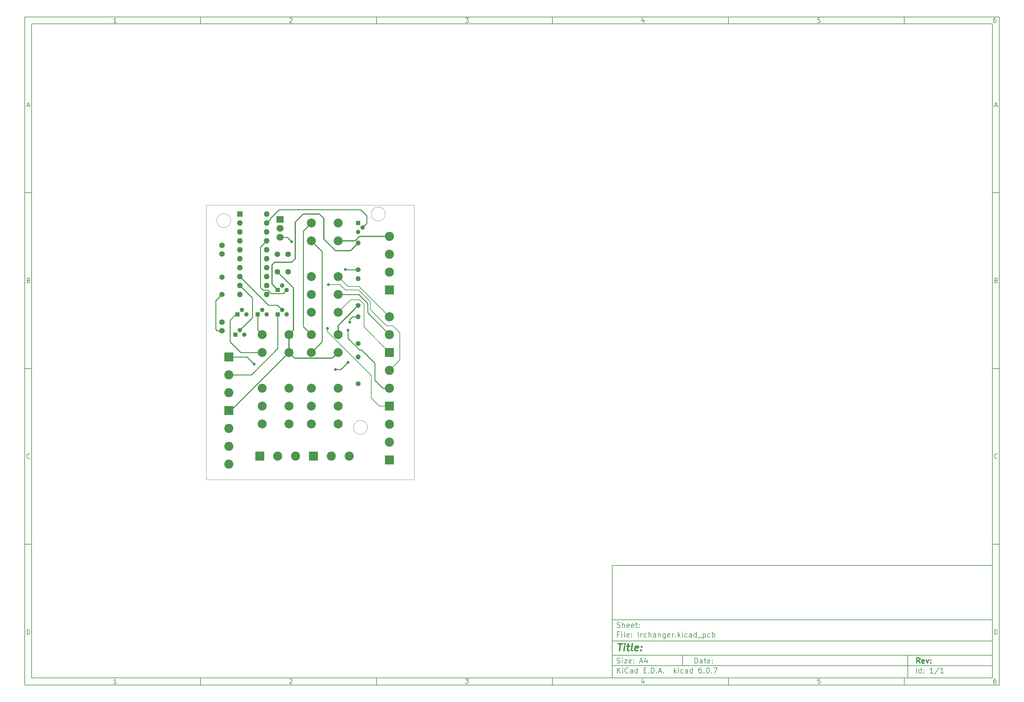
<source format=gbr>
%TF.GenerationSoftware,KiCad,Pcbnew,6.0.7*%
%TF.CreationDate,2022-10-17T15:43:20+02:00*%
%TF.ProjectId,lrchanger,6c726368-616e-4676-9572-2e6b69636164,rev?*%
%TF.SameCoordinates,Original*%
%TF.FileFunction,Copper,L1,Top*%
%TF.FilePolarity,Positive*%
%FSLAX46Y46*%
G04 Gerber Fmt 4.6, Leading zero omitted, Abs format (unit mm)*
G04 Created by KiCad (PCBNEW 6.0.7) date 2022-10-17 15:43:20*
%MOMM*%
%LPD*%
G01*
G04 APERTURE LIST*
%ADD10C,0.100000*%
%ADD11C,0.150000*%
%ADD12C,0.300000*%
%ADD13C,0.400000*%
%TA.AperFunction,Profile*%
%ADD14C,0.050000*%
%TD*%
%TA.AperFunction,ComponentPad*%
%ADD15R,1.300000X1.300000*%
%TD*%
%TA.AperFunction,ComponentPad*%
%ADD16C,1.300000*%
%TD*%
%TA.AperFunction,ComponentPad*%
%ADD17C,1.600000*%
%TD*%
%TA.AperFunction,ComponentPad*%
%ADD18C,1.400000*%
%TD*%
%TA.AperFunction,ComponentPad*%
%ADD19O,1.400000X1.400000*%
%TD*%
%TA.AperFunction,ComponentPad*%
%ADD20R,1.600000X1.600000*%
%TD*%
%TA.AperFunction,ComponentPad*%
%ADD21O,1.600000X1.600000*%
%TD*%
%TA.AperFunction,ComponentPad*%
%ADD22R,2.000000X1.905000*%
%TD*%
%TA.AperFunction,ComponentPad*%
%ADD23O,2.000000X1.905000*%
%TD*%
%TA.AperFunction,ComponentPad*%
%ADD24C,1.500000*%
%TD*%
%TA.AperFunction,ComponentPad*%
%ADD25C,2.540000*%
%TD*%
%TA.AperFunction,ComponentPad*%
%ADD26R,2.600000X2.600000*%
%TD*%
%TA.AperFunction,ComponentPad*%
%ADD27C,2.600000*%
%TD*%
%TA.AperFunction,ViaPad*%
%ADD28C,0.800000*%
%TD*%
%TA.AperFunction,Conductor*%
%ADD29C,0.250000*%
%TD*%
%TA.AperFunction,Conductor*%
%ADD30C,0.200000*%
%TD*%
%TA.AperFunction,Conductor*%
%ADD31C,0.350000*%
%TD*%
G04 APERTURE END LIST*
D10*
D11*
X177002200Y-166007200D02*
X177002200Y-198007200D01*
X285002200Y-198007200D01*
X285002200Y-166007200D01*
X177002200Y-166007200D01*
D10*
D11*
X10000000Y-10000000D02*
X10000000Y-200007200D01*
X287002200Y-200007200D01*
X287002200Y-10000000D01*
X10000000Y-10000000D01*
D10*
D11*
X12000000Y-12000000D02*
X12000000Y-198007200D01*
X285002200Y-198007200D01*
X285002200Y-12000000D01*
X12000000Y-12000000D01*
D10*
D11*
X60000000Y-12000000D02*
X60000000Y-10000000D01*
D10*
D11*
X110000000Y-12000000D02*
X110000000Y-10000000D01*
D10*
D11*
X160000000Y-12000000D02*
X160000000Y-10000000D01*
D10*
D11*
X210000000Y-12000000D02*
X210000000Y-10000000D01*
D10*
D11*
X260000000Y-12000000D02*
X260000000Y-10000000D01*
D10*
D11*
X36065476Y-11588095D02*
X35322619Y-11588095D01*
X35694047Y-11588095D02*
X35694047Y-10288095D01*
X35570238Y-10473809D01*
X35446428Y-10597619D01*
X35322619Y-10659523D01*
D10*
D11*
X85322619Y-10411904D02*
X85384523Y-10350000D01*
X85508333Y-10288095D01*
X85817857Y-10288095D01*
X85941666Y-10350000D01*
X86003571Y-10411904D01*
X86065476Y-10535714D01*
X86065476Y-10659523D01*
X86003571Y-10845238D01*
X85260714Y-11588095D01*
X86065476Y-11588095D01*
D10*
D11*
X135260714Y-10288095D02*
X136065476Y-10288095D01*
X135632142Y-10783333D01*
X135817857Y-10783333D01*
X135941666Y-10845238D01*
X136003571Y-10907142D01*
X136065476Y-11030952D01*
X136065476Y-11340476D01*
X136003571Y-11464285D01*
X135941666Y-11526190D01*
X135817857Y-11588095D01*
X135446428Y-11588095D01*
X135322619Y-11526190D01*
X135260714Y-11464285D01*
D10*
D11*
X185941666Y-10721428D02*
X185941666Y-11588095D01*
X185632142Y-10226190D02*
X185322619Y-11154761D01*
X186127380Y-11154761D01*
D10*
D11*
X236003571Y-10288095D02*
X235384523Y-10288095D01*
X235322619Y-10907142D01*
X235384523Y-10845238D01*
X235508333Y-10783333D01*
X235817857Y-10783333D01*
X235941666Y-10845238D01*
X236003571Y-10907142D01*
X236065476Y-11030952D01*
X236065476Y-11340476D01*
X236003571Y-11464285D01*
X235941666Y-11526190D01*
X235817857Y-11588095D01*
X235508333Y-11588095D01*
X235384523Y-11526190D01*
X235322619Y-11464285D01*
D10*
D11*
X285941666Y-10288095D02*
X285694047Y-10288095D01*
X285570238Y-10350000D01*
X285508333Y-10411904D01*
X285384523Y-10597619D01*
X285322619Y-10845238D01*
X285322619Y-11340476D01*
X285384523Y-11464285D01*
X285446428Y-11526190D01*
X285570238Y-11588095D01*
X285817857Y-11588095D01*
X285941666Y-11526190D01*
X286003571Y-11464285D01*
X286065476Y-11340476D01*
X286065476Y-11030952D01*
X286003571Y-10907142D01*
X285941666Y-10845238D01*
X285817857Y-10783333D01*
X285570238Y-10783333D01*
X285446428Y-10845238D01*
X285384523Y-10907142D01*
X285322619Y-11030952D01*
D10*
D11*
X60000000Y-198007200D02*
X60000000Y-200007200D01*
D10*
D11*
X110000000Y-198007200D02*
X110000000Y-200007200D01*
D10*
D11*
X160000000Y-198007200D02*
X160000000Y-200007200D01*
D10*
D11*
X210000000Y-198007200D02*
X210000000Y-200007200D01*
D10*
D11*
X260000000Y-198007200D02*
X260000000Y-200007200D01*
D10*
D11*
X36065476Y-199595295D02*
X35322619Y-199595295D01*
X35694047Y-199595295D02*
X35694047Y-198295295D01*
X35570238Y-198481009D01*
X35446428Y-198604819D01*
X35322619Y-198666723D01*
D10*
D11*
X85322619Y-198419104D02*
X85384523Y-198357200D01*
X85508333Y-198295295D01*
X85817857Y-198295295D01*
X85941666Y-198357200D01*
X86003571Y-198419104D01*
X86065476Y-198542914D01*
X86065476Y-198666723D01*
X86003571Y-198852438D01*
X85260714Y-199595295D01*
X86065476Y-199595295D01*
D10*
D11*
X135260714Y-198295295D02*
X136065476Y-198295295D01*
X135632142Y-198790533D01*
X135817857Y-198790533D01*
X135941666Y-198852438D01*
X136003571Y-198914342D01*
X136065476Y-199038152D01*
X136065476Y-199347676D01*
X136003571Y-199471485D01*
X135941666Y-199533390D01*
X135817857Y-199595295D01*
X135446428Y-199595295D01*
X135322619Y-199533390D01*
X135260714Y-199471485D01*
D10*
D11*
X185941666Y-198728628D02*
X185941666Y-199595295D01*
X185632142Y-198233390D02*
X185322619Y-199161961D01*
X186127380Y-199161961D01*
D10*
D11*
X236003571Y-198295295D02*
X235384523Y-198295295D01*
X235322619Y-198914342D01*
X235384523Y-198852438D01*
X235508333Y-198790533D01*
X235817857Y-198790533D01*
X235941666Y-198852438D01*
X236003571Y-198914342D01*
X236065476Y-199038152D01*
X236065476Y-199347676D01*
X236003571Y-199471485D01*
X235941666Y-199533390D01*
X235817857Y-199595295D01*
X235508333Y-199595295D01*
X235384523Y-199533390D01*
X235322619Y-199471485D01*
D10*
D11*
X285941666Y-198295295D02*
X285694047Y-198295295D01*
X285570238Y-198357200D01*
X285508333Y-198419104D01*
X285384523Y-198604819D01*
X285322619Y-198852438D01*
X285322619Y-199347676D01*
X285384523Y-199471485D01*
X285446428Y-199533390D01*
X285570238Y-199595295D01*
X285817857Y-199595295D01*
X285941666Y-199533390D01*
X286003571Y-199471485D01*
X286065476Y-199347676D01*
X286065476Y-199038152D01*
X286003571Y-198914342D01*
X285941666Y-198852438D01*
X285817857Y-198790533D01*
X285570238Y-198790533D01*
X285446428Y-198852438D01*
X285384523Y-198914342D01*
X285322619Y-199038152D01*
D10*
D11*
X10000000Y-60000000D02*
X12000000Y-60000000D01*
D10*
D11*
X10000000Y-110000000D02*
X12000000Y-110000000D01*
D10*
D11*
X10000000Y-160000000D02*
X12000000Y-160000000D01*
D10*
D11*
X10690476Y-35216666D02*
X11309523Y-35216666D01*
X10566666Y-35588095D02*
X11000000Y-34288095D01*
X11433333Y-35588095D01*
D10*
D11*
X11092857Y-84907142D02*
X11278571Y-84969047D01*
X11340476Y-85030952D01*
X11402380Y-85154761D01*
X11402380Y-85340476D01*
X11340476Y-85464285D01*
X11278571Y-85526190D01*
X11154761Y-85588095D01*
X10659523Y-85588095D01*
X10659523Y-84288095D01*
X11092857Y-84288095D01*
X11216666Y-84350000D01*
X11278571Y-84411904D01*
X11340476Y-84535714D01*
X11340476Y-84659523D01*
X11278571Y-84783333D01*
X11216666Y-84845238D01*
X11092857Y-84907142D01*
X10659523Y-84907142D01*
D10*
D11*
X11402380Y-135464285D02*
X11340476Y-135526190D01*
X11154761Y-135588095D01*
X11030952Y-135588095D01*
X10845238Y-135526190D01*
X10721428Y-135402380D01*
X10659523Y-135278571D01*
X10597619Y-135030952D01*
X10597619Y-134845238D01*
X10659523Y-134597619D01*
X10721428Y-134473809D01*
X10845238Y-134350000D01*
X11030952Y-134288095D01*
X11154761Y-134288095D01*
X11340476Y-134350000D01*
X11402380Y-134411904D01*
D10*
D11*
X10659523Y-185588095D02*
X10659523Y-184288095D01*
X10969047Y-184288095D01*
X11154761Y-184350000D01*
X11278571Y-184473809D01*
X11340476Y-184597619D01*
X11402380Y-184845238D01*
X11402380Y-185030952D01*
X11340476Y-185278571D01*
X11278571Y-185402380D01*
X11154761Y-185526190D01*
X10969047Y-185588095D01*
X10659523Y-185588095D01*
D10*
D11*
X287002200Y-60000000D02*
X285002200Y-60000000D01*
D10*
D11*
X287002200Y-110000000D02*
X285002200Y-110000000D01*
D10*
D11*
X287002200Y-160000000D02*
X285002200Y-160000000D01*
D10*
D11*
X285692676Y-35216666D02*
X286311723Y-35216666D01*
X285568866Y-35588095D02*
X286002200Y-34288095D01*
X286435533Y-35588095D01*
D10*
D11*
X286095057Y-84907142D02*
X286280771Y-84969047D01*
X286342676Y-85030952D01*
X286404580Y-85154761D01*
X286404580Y-85340476D01*
X286342676Y-85464285D01*
X286280771Y-85526190D01*
X286156961Y-85588095D01*
X285661723Y-85588095D01*
X285661723Y-84288095D01*
X286095057Y-84288095D01*
X286218866Y-84350000D01*
X286280771Y-84411904D01*
X286342676Y-84535714D01*
X286342676Y-84659523D01*
X286280771Y-84783333D01*
X286218866Y-84845238D01*
X286095057Y-84907142D01*
X285661723Y-84907142D01*
D10*
D11*
X286404580Y-135464285D02*
X286342676Y-135526190D01*
X286156961Y-135588095D01*
X286033152Y-135588095D01*
X285847438Y-135526190D01*
X285723628Y-135402380D01*
X285661723Y-135278571D01*
X285599819Y-135030952D01*
X285599819Y-134845238D01*
X285661723Y-134597619D01*
X285723628Y-134473809D01*
X285847438Y-134350000D01*
X286033152Y-134288095D01*
X286156961Y-134288095D01*
X286342676Y-134350000D01*
X286404580Y-134411904D01*
D10*
D11*
X285661723Y-185588095D02*
X285661723Y-184288095D01*
X285971247Y-184288095D01*
X286156961Y-184350000D01*
X286280771Y-184473809D01*
X286342676Y-184597619D01*
X286404580Y-184845238D01*
X286404580Y-185030952D01*
X286342676Y-185278571D01*
X286280771Y-185402380D01*
X286156961Y-185526190D01*
X285971247Y-185588095D01*
X285661723Y-185588095D01*
D10*
D11*
X200434342Y-193785771D02*
X200434342Y-192285771D01*
X200791485Y-192285771D01*
X201005771Y-192357200D01*
X201148628Y-192500057D01*
X201220057Y-192642914D01*
X201291485Y-192928628D01*
X201291485Y-193142914D01*
X201220057Y-193428628D01*
X201148628Y-193571485D01*
X201005771Y-193714342D01*
X200791485Y-193785771D01*
X200434342Y-193785771D01*
X202577200Y-193785771D02*
X202577200Y-193000057D01*
X202505771Y-192857200D01*
X202362914Y-192785771D01*
X202077200Y-192785771D01*
X201934342Y-192857200D01*
X202577200Y-193714342D02*
X202434342Y-193785771D01*
X202077200Y-193785771D01*
X201934342Y-193714342D01*
X201862914Y-193571485D01*
X201862914Y-193428628D01*
X201934342Y-193285771D01*
X202077200Y-193214342D01*
X202434342Y-193214342D01*
X202577200Y-193142914D01*
X203077200Y-192785771D02*
X203648628Y-192785771D01*
X203291485Y-192285771D02*
X203291485Y-193571485D01*
X203362914Y-193714342D01*
X203505771Y-193785771D01*
X203648628Y-193785771D01*
X204720057Y-193714342D02*
X204577200Y-193785771D01*
X204291485Y-193785771D01*
X204148628Y-193714342D01*
X204077200Y-193571485D01*
X204077200Y-193000057D01*
X204148628Y-192857200D01*
X204291485Y-192785771D01*
X204577200Y-192785771D01*
X204720057Y-192857200D01*
X204791485Y-193000057D01*
X204791485Y-193142914D01*
X204077200Y-193285771D01*
X205434342Y-193642914D02*
X205505771Y-193714342D01*
X205434342Y-193785771D01*
X205362914Y-193714342D01*
X205434342Y-193642914D01*
X205434342Y-193785771D01*
X205434342Y-192857200D02*
X205505771Y-192928628D01*
X205434342Y-193000057D01*
X205362914Y-192928628D01*
X205434342Y-192857200D01*
X205434342Y-193000057D01*
D10*
D11*
X177002200Y-194507200D02*
X285002200Y-194507200D01*
D10*
D11*
X178434342Y-196585771D02*
X178434342Y-195085771D01*
X179291485Y-196585771D02*
X178648628Y-195728628D01*
X179291485Y-195085771D02*
X178434342Y-195942914D01*
X179934342Y-196585771D02*
X179934342Y-195585771D01*
X179934342Y-195085771D02*
X179862914Y-195157200D01*
X179934342Y-195228628D01*
X180005771Y-195157200D01*
X179934342Y-195085771D01*
X179934342Y-195228628D01*
X181505771Y-196442914D02*
X181434342Y-196514342D01*
X181220057Y-196585771D01*
X181077200Y-196585771D01*
X180862914Y-196514342D01*
X180720057Y-196371485D01*
X180648628Y-196228628D01*
X180577200Y-195942914D01*
X180577200Y-195728628D01*
X180648628Y-195442914D01*
X180720057Y-195300057D01*
X180862914Y-195157200D01*
X181077200Y-195085771D01*
X181220057Y-195085771D01*
X181434342Y-195157200D01*
X181505771Y-195228628D01*
X182791485Y-196585771D02*
X182791485Y-195800057D01*
X182720057Y-195657200D01*
X182577200Y-195585771D01*
X182291485Y-195585771D01*
X182148628Y-195657200D01*
X182791485Y-196514342D02*
X182648628Y-196585771D01*
X182291485Y-196585771D01*
X182148628Y-196514342D01*
X182077200Y-196371485D01*
X182077200Y-196228628D01*
X182148628Y-196085771D01*
X182291485Y-196014342D01*
X182648628Y-196014342D01*
X182791485Y-195942914D01*
X184148628Y-196585771D02*
X184148628Y-195085771D01*
X184148628Y-196514342D02*
X184005771Y-196585771D01*
X183720057Y-196585771D01*
X183577200Y-196514342D01*
X183505771Y-196442914D01*
X183434342Y-196300057D01*
X183434342Y-195871485D01*
X183505771Y-195728628D01*
X183577200Y-195657200D01*
X183720057Y-195585771D01*
X184005771Y-195585771D01*
X184148628Y-195657200D01*
X186005771Y-195800057D02*
X186505771Y-195800057D01*
X186720057Y-196585771D02*
X186005771Y-196585771D01*
X186005771Y-195085771D01*
X186720057Y-195085771D01*
X187362914Y-196442914D02*
X187434342Y-196514342D01*
X187362914Y-196585771D01*
X187291485Y-196514342D01*
X187362914Y-196442914D01*
X187362914Y-196585771D01*
X188077200Y-196585771D02*
X188077200Y-195085771D01*
X188434342Y-195085771D01*
X188648628Y-195157200D01*
X188791485Y-195300057D01*
X188862914Y-195442914D01*
X188934342Y-195728628D01*
X188934342Y-195942914D01*
X188862914Y-196228628D01*
X188791485Y-196371485D01*
X188648628Y-196514342D01*
X188434342Y-196585771D01*
X188077200Y-196585771D01*
X189577200Y-196442914D02*
X189648628Y-196514342D01*
X189577200Y-196585771D01*
X189505771Y-196514342D01*
X189577200Y-196442914D01*
X189577200Y-196585771D01*
X190220057Y-196157200D02*
X190934342Y-196157200D01*
X190077200Y-196585771D02*
X190577200Y-195085771D01*
X191077200Y-196585771D01*
X191577200Y-196442914D02*
X191648628Y-196514342D01*
X191577200Y-196585771D01*
X191505771Y-196514342D01*
X191577200Y-196442914D01*
X191577200Y-196585771D01*
X194577200Y-196585771D02*
X194577200Y-195085771D01*
X194720057Y-196014342D02*
X195148628Y-196585771D01*
X195148628Y-195585771D02*
X194577200Y-196157200D01*
X195791485Y-196585771D02*
X195791485Y-195585771D01*
X195791485Y-195085771D02*
X195720057Y-195157200D01*
X195791485Y-195228628D01*
X195862914Y-195157200D01*
X195791485Y-195085771D01*
X195791485Y-195228628D01*
X197148628Y-196514342D02*
X197005771Y-196585771D01*
X196720057Y-196585771D01*
X196577200Y-196514342D01*
X196505771Y-196442914D01*
X196434342Y-196300057D01*
X196434342Y-195871485D01*
X196505771Y-195728628D01*
X196577200Y-195657200D01*
X196720057Y-195585771D01*
X197005771Y-195585771D01*
X197148628Y-195657200D01*
X198434342Y-196585771D02*
X198434342Y-195800057D01*
X198362914Y-195657200D01*
X198220057Y-195585771D01*
X197934342Y-195585771D01*
X197791485Y-195657200D01*
X198434342Y-196514342D02*
X198291485Y-196585771D01*
X197934342Y-196585771D01*
X197791485Y-196514342D01*
X197720057Y-196371485D01*
X197720057Y-196228628D01*
X197791485Y-196085771D01*
X197934342Y-196014342D01*
X198291485Y-196014342D01*
X198434342Y-195942914D01*
X199791485Y-196585771D02*
X199791485Y-195085771D01*
X199791485Y-196514342D02*
X199648628Y-196585771D01*
X199362914Y-196585771D01*
X199220057Y-196514342D01*
X199148628Y-196442914D01*
X199077200Y-196300057D01*
X199077200Y-195871485D01*
X199148628Y-195728628D01*
X199220057Y-195657200D01*
X199362914Y-195585771D01*
X199648628Y-195585771D01*
X199791485Y-195657200D01*
X202291485Y-195085771D02*
X202005771Y-195085771D01*
X201862914Y-195157200D01*
X201791485Y-195228628D01*
X201648628Y-195442914D01*
X201577200Y-195728628D01*
X201577200Y-196300057D01*
X201648628Y-196442914D01*
X201720057Y-196514342D01*
X201862914Y-196585771D01*
X202148628Y-196585771D01*
X202291485Y-196514342D01*
X202362914Y-196442914D01*
X202434342Y-196300057D01*
X202434342Y-195942914D01*
X202362914Y-195800057D01*
X202291485Y-195728628D01*
X202148628Y-195657200D01*
X201862914Y-195657200D01*
X201720057Y-195728628D01*
X201648628Y-195800057D01*
X201577200Y-195942914D01*
X203077200Y-196442914D02*
X203148628Y-196514342D01*
X203077200Y-196585771D01*
X203005771Y-196514342D01*
X203077200Y-196442914D01*
X203077200Y-196585771D01*
X204077200Y-195085771D02*
X204220057Y-195085771D01*
X204362914Y-195157200D01*
X204434342Y-195228628D01*
X204505771Y-195371485D01*
X204577200Y-195657200D01*
X204577200Y-196014342D01*
X204505771Y-196300057D01*
X204434342Y-196442914D01*
X204362914Y-196514342D01*
X204220057Y-196585771D01*
X204077200Y-196585771D01*
X203934342Y-196514342D01*
X203862914Y-196442914D01*
X203791485Y-196300057D01*
X203720057Y-196014342D01*
X203720057Y-195657200D01*
X203791485Y-195371485D01*
X203862914Y-195228628D01*
X203934342Y-195157200D01*
X204077200Y-195085771D01*
X205220057Y-196442914D02*
X205291485Y-196514342D01*
X205220057Y-196585771D01*
X205148628Y-196514342D01*
X205220057Y-196442914D01*
X205220057Y-196585771D01*
X205791485Y-195085771D02*
X206791485Y-195085771D01*
X206148628Y-196585771D01*
D10*
D11*
X177002200Y-191507200D02*
X285002200Y-191507200D01*
D10*
D12*
X264411485Y-193785771D02*
X263911485Y-193071485D01*
X263554342Y-193785771D02*
X263554342Y-192285771D01*
X264125771Y-192285771D01*
X264268628Y-192357200D01*
X264340057Y-192428628D01*
X264411485Y-192571485D01*
X264411485Y-192785771D01*
X264340057Y-192928628D01*
X264268628Y-193000057D01*
X264125771Y-193071485D01*
X263554342Y-193071485D01*
X265625771Y-193714342D02*
X265482914Y-193785771D01*
X265197200Y-193785771D01*
X265054342Y-193714342D01*
X264982914Y-193571485D01*
X264982914Y-193000057D01*
X265054342Y-192857200D01*
X265197200Y-192785771D01*
X265482914Y-192785771D01*
X265625771Y-192857200D01*
X265697200Y-193000057D01*
X265697200Y-193142914D01*
X264982914Y-193285771D01*
X266197200Y-192785771D02*
X266554342Y-193785771D01*
X266911485Y-192785771D01*
X267482914Y-193642914D02*
X267554342Y-193714342D01*
X267482914Y-193785771D01*
X267411485Y-193714342D01*
X267482914Y-193642914D01*
X267482914Y-193785771D01*
X267482914Y-192857200D02*
X267554342Y-192928628D01*
X267482914Y-193000057D01*
X267411485Y-192928628D01*
X267482914Y-192857200D01*
X267482914Y-193000057D01*
D10*
D11*
X178362914Y-193714342D02*
X178577200Y-193785771D01*
X178934342Y-193785771D01*
X179077200Y-193714342D01*
X179148628Y-193642914D01*
X179220057Y-193500057D01*
X179220057Y-193357200D01*
X179148628Y-193214342D01*
X179077200Y-193142914D01*
X178934342Y-193071485D01*
X178648628Y-193000057D01*
X178505771Y-192928628D01*
X178434342Y-192857200D01*
X178362914Y-192714342D01*
X178362914Y-192571485D01*
X178434342Y-192428628D01*
X178505771Y-192357200D01*
X178648628Y-192285771D01*
X179005771Y-192285771D01*
X179220057Y-192357200D01*
X179862914Y-193785771D02*
X179862914Y-192785771D01*
X179862914Y-192285771D02*
X179791485Y-192357200D01*
X179862914Y-192428628D01*
X179934342Y-192357200D01*
X179862914Y-192285771D01*
X179862914Y-192428628D01*
X180434342Y-192785771D02*
X181220057Y-192785771D01*
X180434342Y-193785771D01*
X181220057Y-193785771D01*
X182362914Y-193714342D02*
X182220057Y-193785771D01*
X181934342Y-193785771D01*
X181791485Y-193714342D01*
X181720057Y-193571485D01*
X181720057Y-193000057D01*
X181791485Y-192857200D01*
X181934342Y-192785771D01*
X182220057Y-192785771D01*
X182362914Y-192857200D01*
X182434342Y-193000057D01*
X182434342Y-193142914D01*
X181720057Y-193285771D01*
X183077200Y-193642914D02*
X183148628Y-193714342D01*
X183077200Y-193785771D01*
X183005771Y-193714342D01*
X183077200Y-193642914D01*
X183077200Y-193785771D01*
X183077200Y-192857200D02*
X183148628Y-192928628D01*
X183077200Y-193000057D01*
X183005771Y-192928628D01*
X183077200Y-192857200D01*
X183077200Y-193000057D01*
X184862914Y-193357200D02*
X185577200Y-193357200D01*
X184720057Y-193785771D02*
X185220057Y-192285771D01*
X185720057Y-193785771D01*
X186862914Y-192785771D02*
X186862914Y-193785771D01*
X186505771Y-192214342D02*
X186148628Y-193285771D01*
X187077200Y-193285771D01*
D10*
D11*
X263434342Y-196585771D02*
X263434342Y-195085771D01*
X264791485Y-196585771D02*
X264791485Y-195085771D01*
X264791485Y-196514342D02*
X264648628Y-196585771D01*
X264362914Y-196585771D01*
X264220057Y-196514342D01*
X264148628Y-196442914D01*
X264077200Y-196300057D01*
X264077200Y-195871485D01*
X264148628Y-195728628D01*
X264220057Y-195657200D01*
X264362914Y-195585771D01*
X264648628Y-195585771D01*
X264791485Y-195657200D01*
X265505771Y-196442914D02*
X265577200Y-196514342D01*
X265505771Y-196585771D01*
X265434342Y-196514342D01*
X265505771Y-196442914D01*
X265505771Y-196585771D01*
X265505771Y-195657200D02*
X265577200Y-195728628D01*
X265505771Y-195800057D01*
X265434342Y-195728628D01*
X265505771Y-195657200D01*
X265505771Y-195800057D01*
X268148628Y-196585771D02*
X267291485Y-196585771D01*
X267720057Y-196585771D02*
X267720057Y-195085771D01*
X267577200Y-195300057D01*
X267434342Y-195442914D01*
X267291485Y-195514342D01*
X269862914Y-195014342D02*
X268577200Y-196942914D01*
X271148628Y-196585771D02*
X270291485Y-196585771D01*
X270720057Y-196585771D02*
X270720057Y-195085771D01*
X270577200Y-195300057D01*
X270434342Y-195442914D01*
X270291485Y-195514342D01*
D10*
D11*
X177002200Y-187507200D02*
X285002200Y-187507200D01*
D10*
D13*
X178714580Y-188211961D02*
X179857438Y-188211961D01*
X179036009Y-190211961D02*
X179286009Y-188211961D01*
X180274104Y-190211961D02*
X180440771Y-188878628D01*
X180524104Y-188211961D02*
X180416961Y-188307200D01*
X180500295Y-188402438D01*
X180607438Y-188307200D01*
X180524104Y-188211961D01*
X180500295Y-188402438D01*
X181107438Y-188878628D02*
X181869342Y-188878628D01*
X181476485Y-188211961D02*
X181262200Y-189926247D01*
X181333628Y-190116723D01*
X181512200Y-190211961D01*
X181702676Y-190211961D01*
X182655057Y-190211961D02*
X182476485Y-190116723D01*
X182405057Y-189926247D01*
X182619342Y-188211961D01*
X184190771Y-190116723D02*
X183988390Y-190211961D01*
X183607438Y-190211961D01*
X183428866Y-190116723D01*
X183357438Y-189926247D01*
X183452676Y-189164342D01*
X183571723Y-188973866D01*
X183774104Y-188878628D01*
X184155057Y-188878628D01*
X184333628Y-188973866D01*
X184405057Y-189164342D01*
X184381247Y-189354819D01*
X183405057Y-189545295D01*
X185155057Y-190021485D02*
X185238390Y-190116723D01*
X185131247Y-190211961D01*
X185047914Y-190116723D01*
X185155057Y-190021485D01*
X185131247Y-190211961D01*
X185286009Y-188973866D02*
X185369342Y-189069104D01*
X185262200Y-189164342D01*
X185178866Y-189069104D01*
X185286009Y-188973866D01*
X185262200Y-189164342D01*
D10*
D11*
X178934342Y-185600057D02*
X178434342Y-185600057D01*
X178434342Y-186385771D02*
X178434342Y-184885771D01*
X179148628Y-184885771D01*
X179720057Y-186385771D02*
X179720057Y-185385771D01*
X179720057Y-184885771D02*
X179648628Y-184957200D01*
X179720057Y-185028628D01*
X179791485Y-184957200D01*
X179720057Y-184885771D01*
X179720057Y-185028628D01*
X180648628Y-186385771D02*
X180505771Y-186314342D01*
X180434342Y-186171485D01*
X180434342Y-184885771D01*
X181791485Y-186314342D02*
X181648628Y-186385771D01*
X181362914Y-186385771D01*
X181220057Y-186314342D01*
X181148628Y-186171485D01*
X181148628Y-185600057D01*
X181220057Y-185457200D01*
X181362914Y-185385771D01*
X181648628Y-185385771D01*
X181791485Y-185457200D01*
X181862914Y-185600057D01*
X181862914Y-185742914D01*
X181148628Y-185885771D01*
X182505771Y-186242914D02*
X182577200Y-186314342D01*
X182505771Y-186385771D01*
X182434342Y-186314342D01*
X182505771Y-186242914D01*
X182505771Y-186385771D01*
X182505771Y-185457200D02*
X182577200Y-185528628D01*
X182505771Y-185600057D01*
X182434342Y-185528628D01*
X182505771Y-185457200D01*
X182505771Y-185600057D01*
X184577200Y-186385771D02*
X184434342Y-186314342D01*
X184362914Y-186171485D01*
X184362914Y-184885771D01*
X185148628Y-186385771D02*
X185148628Y-185385771D01*
X185148628Y-185671485D02*
X185220057Y-185528628D01*
X185291485Y-185457200D01*
X185434342Y-185385771D01*
X185577200Y-185385771D01*
X186720057Y-186314342D02*
X186577200Y-186385771D01*
X186291485Y-186385771D01*
X186148628Y-186314342D01*
X186077200Y-186242914D01*
X186005771Y-186100057D01*
X186005771Y-185671485D01*
X186077200Y-185528628D01*
X186148628Y-185457200D01*
X186291485Y-185385771D01*
X186577200Y-185385771D01*
X186720057Y-185457200D01*
X187362914Y-186385771D02*
X187362914Y-184885771D01*
X188005771Y-186385771D02*
X188005771Y-185600057D01*
X187934342Y-185457200D01*
X187791485Y-185385771D01*
X187577200Y-185385771D01*
X187434342Y-185457200D01*
X187362914Y-185528628D01*
X189362914Y-186385771D02*
X189362914Y-185600057D01*
X189291485Y-185457200D01*
X189148628Y-185385771D01*
X188862914Y-185385771D01*
X188720057Y-185457200D01*
X189362914Y-186314342D02*
X189220057Y-186385771D01*
X188862914Y-186385771D01*
X188720057Y-186314342D01*
X188648628Y-186171485D01*
X188648628Y-186028628D01*
X188720057Y-185885771D01*
X188862914Y-185814342D01*
X189220057Y-185814342D01*
X189362914Y-185742914D01*
X190077200Y-185385771D02*
X190077200Y-186385771D01*
X190077200Y-185528628D02*
X190148628Y-185457200D01*
X190291485Y-185385771D01*
X190505771Y-185385771D01*
X190648628Y-185457200D01*
X190720057Y-185600057D01*
X190720057Y-186385771D01*
X192077200Y-185385771D02*
X192077200Y-186600057D01*
X192005771Y-186742914D01*
X191934342Y-186814342D01*
X191791485Y-186885771D01*
X191577200Y-186885771D01*
X191434342Y-186814342D01*
X192077200Y-186314342D02*
X191934342Y-186385771D01*
X191648628Y-186385771D01*
X191505771Y-186314342D01*
X191434342Y-186242914D01*
X191362914Y-186100057D01*
X191362914Y-185671485D01*
X191434342Y-185528628D01*
X191505771Y-185457200D01*
X191648628Y-185385771D01*
X191934342Y-185385771D01*
X192077200Y-185457200D01*
X193362914Y-186314342D02*
X193220057Y-186385771D01*
X192934342Y-186385771D01*
X192791485Y-186314342D01*
X192720057Y-186171485D01*
X192720057Y-185600057D01*
X192791485Y-185457200D01*
X192934342Y-185385771D01*
X193220057Y-185385771D01*
X193362914Y-185457200D01*
X193434342Y-185600057D01*
X193434342Y-185742914D01*
X192720057Y-185885771D01*
X194077200Y-186385771D02*
X194077200Y-185385771D01*
X194077200Y-185671485D02*
X194148628Y-185528628D01*
X194220057Y-185457200D01*
X194362914Y-185385771D01*
X194505771Y-185385771D01*
X195005771Y-186242914D02*
X195077200Y-186314342D01*
X195005771Y-186385771D01*
X194934342Y-186314342D01*
X195005771Y-186242914D01*
X195005771Y-186385771D01*
X195720057Y-186385771D02*
X195720057Y-184885771D01*
X195862914Y-185814342D02*
X196291485Y-186385771D01*
X196291485Y-185385771D02*
X195720057Y-185957200D01*
X196934342Y-186385771D02*
X196934342Y-185385771D01*
X196934342Y-184885771D02*
X196862914Y-184957200D01*
X196934342Y-185028628D01*
X197005771Y-184957200D01*
X196934342Y-184885771D01*
X196934342Y-185028628D01*
X198291485Y-186314342D02*
X198148628Y-186385771D01*
X197862914Y-186385771D01*
X197720057Y-186314342D01*
X197648628Y-186242914D01*
X197577200Y-186100057D01*
X197577200Y-185671485D01*
X197648628Y-185528628D01*
X197720057Y-185457200D01*
X197862914Y-185385771D01*
X198148628Y-185385771D01*
X198291485Y-185457200D01*
X199577200Y-186385771D02*
X199577200Y-185600057D01*
X199505771Y-185457200D01*
X199362914Y-185385771D01*
X199077200Y-185385771D01*
X198934342Y-185457200D01*
X199577200Y-186314342D02*
X199434342Y-186385771D01*
X199077200Y-186385771D01*
X198934342Y-186314342D01*
X198862914Y-186171485D01*
X198862914Y-186028628D01*
X198934342Y-185885771D01*
X199077200Y-185814342D01*
X199434342Y-185814342D01*
X199577200Y-185742914D01*
X200934342Y-186385771D02*
X200934342Y-184885771D01*
X200934342Y-186314342D02*
X200791485Y-186385771D01*
X200505771Y-186385771D01*
X200362914Y-186314342D01*
X200291485Y-186242914D01*
X200220057Y-186100057D01*
X200220057Y-185671485D01*
X200291485Y-185528628D01*
X200362914Y-185457200D01*
X200505771Y-185385771D01*
X200791485Y-185385771D01*
X200934342Y-185457200D01*
X201291485Y-186528628D02*
X202434342Y-186528628D01*
X202791485Y-185385771D02*
X202791485Y-186885771D01*
X202791485Y-185457200D02*
X202934342Y-185385771D01*
X203220057Y-185385771D01*
X203362914Y-185457200D01*
X203434342Y-185528628D01*
X203505771Y-185671485D01*
X203505771Y-186100057D01*
X203434342Y-186242914D01*
X203362914Y-186314342D01*
X203220057Y-186385771D01*
X202934342Y-186385771D01*
X202791485Y-186314342D01*
X204791485Y-186314342D02*
X204648628Y-186385771D01*
X204362914Y-186385771D01*
X204220057Y-186314342D01*
X204148628Y-186242914D01*
X204077200Y-186100057D01*
X204077200Y-185671485D01*
X204148628Y-185528628D01*
X204220057Y-185457200D01*
X204362914Y-185385771D01*
X204648628Y-185385771D01*
X204791485Y-185457200D01*
X205434342Y-186385771D02*
X205434342Y-184885771D01*
X205434342Y-185457200D02*
X205577200Y-185385771D01*
X205862914Y-185385771D01*
X206005771Y-185457200D01*
X206077200Y-185528628D01*
X206148628Y-185671485D01*
X206148628Y-186100057D01*
X206077200Y-186242914D01*
X206005771Y-186314342D01*
X205862914Y-186385771D01*
X205577200Y-186385771D01*
X205434342Y-186314342D01*
D10*
D11*
X177002200Y-181507200D02*
X285002200Y-181507200D01*
D10*
D11*
X178362914Y-183614342D02*
X178577200Y-183685771D01*
X178934342Y-183685771D01*
X179077200Y-183614342D01*
X179148628Y-183542914D01*
X179220057Y-183400057D01*
X179220057Y-183257200D01*
X179148628Y-183114342D01*
X179077200Y-183042914D01*
X178934342Y-182971485D01*
X178648628Y-182900057D01*
X178505771Y-182828628D01*
X178434342Y-182757200D01*
X178362914Y-182614342D01*
X178362914Y-182471485D01*
X178434342Y-182328628D01*
X178505771Y-182257200D01*
X178648628Y-182185771D01*
X179005771Y-182185771D01*
X179220057Y-182257200D01*
X179862914Y-183685771D02*
X179862914Y-182185771D01*
X180505771Y-183685771D02*
X180505771Y-182900057D01*
X180434342Y-182757200D01*
X180291485Y-182685771D01*
X180077200Y-182685771D01*
X179934342Y-182757200D01*
X179862914Y-182828628D01*
X181791485Y-183614342D02*
X181648628Y-183685771D01*
X181362914Y-183685771D01*
X181220057Y-183614342D01*
X181148628Y-183471485D01*
X181148628Y-182900057D01*
X181220057Y-182757200D01*
X181362914Y-182685771D01*
X181648628Y-182685771D01*
X181791485Y-182757200D01*
X181862914Y-182900057D01*
X181862914Y-183042914D01*
X181148628Y-183185771D01*
X183077200Y-183614342D02*
X182934342Y-183685771D01*
X182648628Y-183685771D01*
X182505771Y-183614342D01*
X182434342Y-183471485D01*
X182434342Y-182900057D01*
X182505771Y-182757200D01*
X182648628Y-182685771D01*
X182934342Y-182685771D01*
X183077200Y-182757200D01*
X183148628Y-182900057D01*
X183148628Y-183042914D01*
X182434342Y-183185771D01*
X183577200Y-182685771D02*
X184148628Y-182685771D01*
X183791485Y-182185771D02*
X183791485Y-183471485D01*
X183862914Y-183614342D01*
X184005771Y-183685771D01*
X184148628Y-183685771D01*
X184648628Y-183542914D02*
X184720057Y-183614342D01*
X184648628Y-183685771D01*
X184577200Y-183614342D01*
X184648628Y-183542914D01*
X184648628Y-183685771D01*
X184648628Y-182757200D02*
X184720057Y-182828628D01*
X184648628Y-182900057D01*
X184577200Y-182828628D01*
X184648628Y-182757200D01*
X184648628Y-182900057D01*
D10*
D12*
D10*
D11*
D10*
D11*
D10*
D11*
D10*
D11*
D10*
D11*
X197002200Y-191507200D02*
X197002200Y-194507200D01*
D10*
D11*
X261002200Y-191507200D02*
X261002200Y-198007200D01*
D14*
X61595000Y-141605000D02*
X61595000Y-63500000D01*
X61595000Y-63500000D02*
X120650000Y-63500000D01*
X112490000Y-66040000D02*
G75*
G03*
X112490000Y-66040000I-2000000J0D01*
G01*
X107442000Y-126746000D02*
G75*
G03*
X107442000Y-126746000I-2000000J0D01*
G01*
X68580000Y-67945000D02*
G75*
G03*
X68580000Y-67945000I-2000000J0D01*
G01*
X120650000Y-63500000D02*
X120650000Y-141605000D01*
X120650000Y-141605000D02*
X61595000Y-141605000D01*
D15*
%TO.P,Q6,1,D*%
%TO.N,/BT*%
X69850000Y-100330000D03*
D16*
%TO.P,Q6,2,G*%
%TO.N,UI_BLUETOOTH*%
X71120000Y-99060000D03*
%TO.P,Q6,3,S*%
%TO.N,GND*%
X72390000Y-100330000D03*
%TD*%
D15*
%TO.P,Q5,1,D*%
%TO.N,/CHNG*%
X81915000Y-94615000D03*
D16*
%TO.P,Q5,2,G*%
%TO.N,UI_CHANGER*%
X83185000Y-93345000D03*
%TO.P,Q5,3,S*%
%TO.N,GND*%
X84455000Y-94615000D03*
%TD*%
D15*
%TO.P,Q4,1,D*%
%TO.N,BT_COIL*%
X76200000Y-94615000D03*
D16*
%TO.P,Q4,2,G*%
%TO.N,Net-(Q4-Pad2)*%
X77470000Y-93345000D03*
%TO.P,Q4,3,S*%
%TO.N,GND*%
X78740000Y-94615000D03*
%TD*%
D15*
%TO.P,Q3,1,D*%
%TO.N,CH_COIL*%
X70485000Y-94615000D03*
D16*
%TO.P,Q3,2,G*%
%TO.N,Net-(Q3-Pad2)*%
X71755000Y-93345000D03*
%TO.P,Q3,3,S*%
%TO.N,GND*%
X73025000Y-94615000D03*
%TD*%
D15*
%TO.P,Q1,1,D*%
%TO.N,Net-(C4-Pad1)*%
X104775000Y-68580000D03*
D16*
%TO.P,Q1,2,G*%
%TO.N,PWR_REQ*%
X106045000Y-69850000D03*
%TO.P,Q1,3,S*%
%TO.N,VCC*%
X104775000Y-71120000D03*
%TD*%
D17*
%TO.P,C1,1*%
%TO.N,Net-(C1-Pad1)*%
X66040000Y-99274000D03*
%TO.P,C1,2*%
%TO.N,GND*%
X66040000Y-96774000D03*
%TD*%
%TO.P,C2,1*%
%TO.N,Net-(C2-Pad1)*%
X66040000Y-74930000D03*
%TO.P,C2,2*%
%TO.N,GND*%
X66040000Y-77430000D03*
%TD*%
D18*
%TO.P,R1,1*%
%TO.N,+12V*%
X104775000Y-92075000D03*
D19*
%TO.P,R1,2*%
%TO.N,INPUT_A*%
X104775000Y-84455000D03*
%TD*%
D18*
%TO.P,R2,1*%
%TO.N,INPUT_B*%
X104775000Y-81915000D03*
D19*
%TO.P,R2,2*%
%TO.N,GNDPWR*%
X104775000Y-74295000D03*
%TD*%
D20*
%TO.P,U1,1,RST/VPP*%
%TO.N,GND*%
X71120000Y-66040000D03*
D21*
%TO.P,U1,2,P3.0*%
%TO.N,unconnected-(U1-Pad2)*%
X71120000Y-68580000D03*
%TO.P,U1,3,P3.1*%
%TO.N,unconnected-(U1-Pad3)*%
X71120000Y-71120000D03*
%TO.P,U1,4,XTAL2*%
%TO.N,Net-(C2-Pad1)*%
X71120000Y-73660000D03*
%TO.P,U1,5,XTAL1*%
%TO.N,Net-(C1-Pad1)*%
X71120000Y-76200000D03*
%TO.P,U1,6,P3.2*%
%TO.N,Net-(Q3-Pad2)*%
X71120000Y-78740000D03*
%TO.P,U1,7,P3.3*%
%TO.N,Net-(Q4-Pad2)*%
X71120000Y-81280000D03*
%TO.P,U1,8,P3.4*%
%TO.N,UI_CHANGER*%
X71120000Y-83820000D03*
%TO.P,U1,9,P3.5*%
%TO.N,UI_BLUETOOTH*%
X71120000Y-86360000D03*
%TO.P,U1,10,GND*%
%TO.N,GND*%
X71120000Y-88900000D03*
%TO.P,U1,11,P3.7*%
%TO.N,unconnected-(U1-Pad11)*%
X78740000Y-88900000D03*
%TO.P,U1,12,P1.0*%
%TO.N,unconnected-(U1-Pad12)*%
X78740000Y-86360000D03*
%TO.P,U1,13,P1.1*%
%TO.N,unconnected-(U1-Pad13)*%
X78740000Y-83820000D03*
%TO.P,U1,14,P1.2*%
%TO.N,COIL_STATE*%
X78740000Y-81280000D03*
%TO.P,U1,15,P1.3*%
%TO.N,unconnected-(U1-Pad15)*%
X78740000Y-78740000D03*
%TO.P,U1,16,P1.4*%
%TO.N,unconnected-(U1-Pad16)*%
X78740000Y-76200000D03*
%TO.P,U1,17,P1.5*%
%TO.N,INPUT_B*%
X78740000Y-73660000D03*
%TO.P,U1,18,P1.6*%
%TO.N,unconnected-(U1-Pad18)*%
X78740000Y-71120000D03*
%TO.P,U1,19,P1.7*%
%TO.N,PWR_REQ*%
X78740000Y-68580000D03*
%TO.P,U1,20,VCC*%
%TO.N,VCC*%
X78740000Y-66040000D03*
%TD*%
D22*
%TO.P,U2,1,VI*%
%TO.N,+12V*%
X82621000Y-67564000D03*
D23*
%TO.P,U2,2,GND*%
%TO.N,GND*%
X82621000Y-70104000D03*
%TO.P,U2,3,VO*%
%TO.N,Net-(C4-Pad1)*%
X82621000Y-72644000D03*
%TD*%
D24*
%TO.P,Y1,1,1*%
%TO.N,Net-(C1-Pad1)*%
X66040000Y-88900000D03*
%TO.P,Y1,2,2*%
%TO.N,Net-(C2-Pad1)*%
X66040000Y-84020000D03*
%TD*%
D17*
%TO.P,C4,1*%
%TO.N,Net-(C4-Pad1)*%
X84836000Y-82510000D03*
%TO.P,C4,2*%
%TO.N,GND*%
X84836000Y-77510000D03*
%TD*%
%TO.P,C5,1*%
%TO.N,+12V*%
X81788000Y-82510000D03*
%TO.P,C5,2*%
%TO.N,GND*%
X81788000Y-77510000D03*
%TD*%
D25*
%TO.P,K2,1*%
%TO.N,BT_COIL*%
X91440000Y-100330000D03*
%TO.P,K2,2*%
%TO.N,CH_COIL*%
X91440000Y-105410000D03*
%TO.P,K2,3*%
%TO.N,BT_Right+*%
X91440000Y-115570000D03*
%TO.P,K2,4*%
%TO.N,Right+_Wt*%
X91440000Y-120650000D03*
%TO.P,K2,5*%
%TO.N,CH_Right+*%
X91440000Y-125730000D03*
%TO.P,K2,6*%
%TO.N,CH_Right-*%
X99060000Y-125730000D03*
%TO.P,K2,7*%
%TO.N,Right-_Bk*%
X99060000Y-120650000D03*
%TO.P,K2,8*%
%TO.N,BT_Right-*%
X99060000Y-115570000D03*
%TO.P,K2,9*%
%TO.N,+12V*%
X99060000Y-105410000D03*
%TO.P,K2,10*%
X99060000Y-100330000D03*
%TD*%
%TO.P,K3,1*%
%TO.N,BT_COIL*%
X91440000Y-68580000D03*
%TO.P,K3,2*%
%TO.N,CH_COIL*%
X91440000Y-73660000D03*
%TO.P,K3,3*%
%TO.N,BT_Left+*%
X91440000Y-83820000D03*
%TO.P,K3,4*%
%TO.N,Left+_Re*%
X91440000Y-88900000D03*
%TO.P,K3,5*%
%TO.N,CH_Left+*%
X91440000Y-93980000D03*
%TO.P,K3,6*%
%TO.N,CH_Left-*%
X99060000Y-93980000D03*
%TO.P,K3,7*%
%TO.N,Left-_Green*%
X99060000Y-88900000D03*
%TO.P,K3,8*%
%TO.N,BT_Left-*%
X99060000Y-83820000D03*
%TO.P,K3,9*%
%TO.N,+12V*%
X99060000Y-73660000D03*
%TO.P,K3,10*%
X99060000Y-68580000D03*
%TD*%
%TO.P,K1,1*%
%TO.N,BT_COIL*%
X77470000Y-100330000D03*
%TO.P,K1,2*%
%TO.N,CH_COIL*%
X77470000Y-105410000D03*
%TO.P,K1,3*%
%TO.N,VCC*%
X77470000Y-115570000D03*
%TO.P,K1,4*%
%TO.N,COIL_STATE*%
X77470000Y-120650000D03*
%TO.P,K1,5*%
%TO.N,GND*%
X77470000Y-125730000D03*
%TO.P,K1,6*%
%TO.N,CH_Ibus*%
X85090000Y-125730000D03*
%TO.P,K1,7*%
%TO.N,Ibus_Grey*%
X85090000Y-120650000D03*
%TO.P,K1,8*%
%TO.N,BT_Ibus*%
X85090000Y-115570000D03*
%TO.P,K1,9*%
%TO.N,+12V*%
X85090000Y-105410000D03*
%TO.P,K1,10*%
X85090000Y-100330000D03*
%TD*%
D19*
%TO.P,R4,2*%
%TO.N,/UI+*%
X104775000Y-95250000D03*
D18*
%TO.P,R4,1*%
%TO.N,VCC*%
X104775000Y-102870000D03*
%TD*%
D26*
%TO.P,J2,1,Pin_1*%
%TO.N,/UI+*%
X68021000Y-106675000D03*
D27*
%TO.P,J2,2,Pin_2*%
%TO.N,/CHNG*%
X68021000Y-111755000D03*
%TO.P,J2,3,Pin_3*%
%TO.N,/BT*%
X68021000Y-116835000D03*
%TD*%
D26*
%TO.P,J4,1,Pin_1*%
%TO.N,BT_Right+*%
X92070000Y-134925000D03*
D27*
%TO.P,J4,2,Pin_2*%
%TO.N,Right+_Wt*%
X97150000Y-134925000D03*
%TO.P,J4,3,Pin_3*%
%TO.N,CH_Right+*%
X102230000Y-134925000D03*
%TD*%
D26*
%TO.P,J5,1,Pin_1*%
%TO.N,CH_Right-*%
X113665000Y-136010000D03*
D27*
%TO.P,J5,2,Pin_2*%
%TO.N,Right-_Bk*%
X113665000Y-130930000D03*
%TO.P,J5,3,Pin_3*%
%TO.N,BT_Right-*%
X113665000Y-125850000D03*
%TD*%
D26*
%TO.P,J6,1,Pin_1*%
%TO.N,CH_Left+*%
X113665000Y-120650000D03*
D27*
%TO.P,J6,2,Pin_2*%
%TO.N,Left+_Re*%
X113665000Y-115570000D03*
%TO.P,J6,3,Pin_3*%
%TO.N,BT_Left+*%
X113665000Y-110490000D03*
%TD*%
D26*
%TO.P,J7,1,Pin_1*%
%TO.N,CH_Left-*%
X113665000Y-105410000D03*
D27*
%TO.P,J7,2,Pin_2*%
%TO.N,Left-_Green*%
X113665000Y-100330000D03*
%TO.P,J7,3,Pin_3*%
%TO.N,BT_Left-*%
X113665000Y-95250000D03*
%TD*%
D26*
%TO.P,J3,1,Pin_1*%
%TO.N,BT_Ibus*%
X76830000Y-134925000D03*
D27*
%TO.P,J3,2,Pin_2*%
%TO.N,Ibus_Grey*%
X81910000Y-134925000D03*
%TO.P,J3,3,Pin_3*%
%TO.N,CH_Ibus*%
X86990000Y-134925000D03*
%TD*%
D26*
%TO.P,J8,1,Pin_1*%
%TO.N,+12V*%
X68021000Y-121915000D03*
D27*
%TO.P,J8,2,Pin_2*%
X68021000Y-126995000D03*
%TO.P,J8,3,Pin_3*%
%TO.N,AudioGND*%
X68021000Y-132075000D03*
%TO.P,J8,4,Pin_4*%
X68021000Y-137155000D03*
%TD*%
D26*
%TO.P,J1,1,Pin_1*%
%TO.N,INPUT_A*%
X113665000Y-87630000D03*
D27*
%TO.P,J1,2,Pin_2*%
%TO.N,INPUT_B*%
X113665000Y-82550000D03*
%TO.P,J1,3,Pin_3*%
%TO.N,GNDPWR*%
X113665000Y-77470000D03*
%TO.P,J1,4,Pin_4*%
%TO.N,+12V*%
X113665000Y-72390000D03*
%TD*%
D15*
%TO.P,Q7,1,K*%
%TO.N,GNDPWR*%
X81915000Y-87630000D03*
D16*
%TO.P,Q7,2,A*%
%TO.N,GND*%
X83185000Y-86360000D03*
%TO.P,Q7,3,G*%
%TO.N,INPUT_B*%
X84455000Y-87630000D03*
%TD*%
D18*
%TO.P,R3,1*%
%TO.N,GND*%
X104775000Y-114300000D03*
D19*
%TO.P,R3,2*%
%TO.N,VCC*%
X104775000Y-106680000D03*
%TD*%
D28*
%TO.N,/UI+*%
X101854000Y-108204000D03*
X75184000Y-108712000D03*
X102362000Y-96774000D03*
X98298000Y-110236000D03*
%TO.N,BT_Left+*%
X96266000Y-86106000D03*
%TO.N,Left+_Re*%
X101854000Y-99060000D03*
%TO.N,CH_Left+*%
X96012000Y-98552000D03*
%TO.N,INPUT_B*%
X101092000Y-81788000D03*
%TO.N,Net-(C4-Pad1)*%
X85852000Y-73914000D03*
%TD*%
D29*
%TO.N,/UI+*%
X73147000Y-106675000D02*
X75184000Y-108712000D01*
X98298000Y-110236000D02*
X99822000Y-110236000D01*
X99822000Y-110236000D02*
X101854000Y-108204000D01*
X102362000Y-96012000D02*
X103124000Y-95250000D01*
X102362000Y-96774000D02*
X102362000Y-96012000D01*
X68021000Y-106675000D02*
X73147000Y-106675000D01*
X103124000Y-95250000D02*
X104775000Y-95250000D01*
D30*
%TO.N,BT_Left+*%
X105156000Y-87884000D02*
X104902000Y-87630000D01*
X108204000Y-93218000D02*
X108204000Y-90932000D01*
X114554000Y-97790000D02*
X112776000Y-97790000D01*
X116586000Y-107569000D02*
X116586000Y-99822000D01*
X102108000Y-87630000D02*
X101092000Y-87630000D01*
X112776000Y-97790000D02*
X108204000Y-93218000D01*
X113665000Y-110490000D02*
X116586000Y-107569000D01*
X99822000Y-86360000D02*
X99568000Y-86106000D01*
X116586000Y-99822000D02*
X114554000Y-97790000D01*
X108204000Y-90932000D02*
X105156000Y-87884000D01*
X104902000Y-87630000D02*
X102108000Y-87630000D01*
X101092000Y-87630000D02*
X99822000Y-86360000D01*
X99568000Y-86106000D02*
X96266000Y-86106000D01*
%TO.N,CH_Left-*%
X113665000Y-105410000D02*
X106426000Y-98171000D01*
X106426000Y-98171000D02*
X106426000Y-91694000D01*
X106426000Y-91694000D02*
X105156000Y-90424000D01*
X105156000Y-90424000D02*
X102616000Y-90424000D01*
X102616000Y-90424000D02*
X99060000Y-93980000D01*
D29*
%TO.N,Left+_Re*%
X109474000Y-108458000D02*
X105664000Y-104648000D01*
X113665000Y-115570000D02*
X111760000Y-115570000D01*
X110236000Y-114046000D02*
X109474000Y-113284000D01*
X111760000Y-115570000D02*
X110236000Y-114046000D01*
X105664000Y-104648000D02*
X105103431Y-104648000D01*
X101854000Y-101398569D02*
X101854000Y-99060000D01*
X105103431Y-104648000D02*
X101854000Y-101398569D01*
X109474000Y-113284000D02*
X109474000Y-108458000D01*
D30*
%TO.N,CH_Left+*%
X110744000Y-120650000D02*
X113665000Y-120650000D01*
X96012000Y-98552000D02*
X96012000Y-99502316D01*
X96012000Y-99502316D02*
X108458000Y-111948316D01*
X108458000Y-118364000D02*
X110744000Y-120650000D01*
X108458000Y-111948316D02*
X108458000Y-118364000D01*
%TO.N,BT_Left-*%
X113665000Y-95250000D02*
X105029000Y-86614000D01*
X105029000Y-86614000D02*
X101854000Y-86614000D01*
X101854000Y-86614000D02*
X99060000Y-83820000D01*
D29*
%TO.N,Left-_Green*%
X113665000Y-100330000D02*
X107442000Y-94107000D01*
X107442000Y-94107000D02*
X107442000Y-91440000D01*
X107442000Y-91440000D02*
X104902000Y-88900000D01*
X104902000Y-88900000D02*
X99060000Y-88900000D01*
%TO.N,INPUT_B*%
X101092000Y-81788000D02*
X101219000Y-81915000D01*
X101219000Y-81915000D02*
X104775000Y-81915000D01*
%TO.N,PWR_REQ*%
X82296000Y-64770000D02*
X79756000Y-67310000D01*
X107188000Y-66548000D02*
X105410000Y-64770000D01*
X105410000Y-64770000D02*
X82296000Y-64770000D01*
X79756000Y-67564000D02*
X78740000Y-68580000D01*
X106045000Y-69850000D02*
X107188000Y-68707000D01*
X107188000Y-68707000D02*
X107188000Y-66548000D01*
X79756000Y-67310000D02*
X79756000Y-67564000D01*
%TO.N,Net-(C4-Pad1)*%
X84582000Y-72644000D02*
X82621000Y-72644000D01*
X85852000Y-73914000D02*
X84582000Y-72644000D01*
%TO.N,/CHNG*%
X81915000Y-104267000D02*
X74422000Y-111760000D01*
X74422000Y-111760000D02*
X74417000Y-111755000D01*
X81915000Y-94615000D02*
X81915000Y-104267000D01*
X74417000Y-111755000D02*
X68021000Y-111755000D01*
%TO.N,INPUT_B*%
X84455000Y-87630000D02*
X83439000Y-88646000D01*
X83439000Y-88646000D02*
X80076991Y-88646000D01*
X77724000Y-87630000D02*
X76962000Y-86868000D01*
X80076991Y-88646000D02*
X79060991Y-87630000D01*
X79060991Y-87630000D02*
X77724000Y-87630000D01*
X76962000Y-86868000D02*
X76962000Y-75438000D01*
X76962000Y-75438000D02*
X78740000Y-73660000D01*
D31*
%TO.N,GNDPWR*%
X104775000Y-74295000D02*
X102616000Y-76454000D01*
X98298000Y-76454000D02*
X94996000Y-73152000D01*
X102616000Y-76454000D02*
X98298000Y-76454000D01*
X80264000Y-80518000D02*
X80264000Y-85979000D01*
X94996000Y-73152000D02*
X94996000Y-67310000D01*
X94996000Y-67310000D02*
X93726000Y-66040000D01*
X80264000Y-85979000D02*
X81915000Y-87630000D01*
X93726000Y-66040000D02*
X89154000Y-66040000D01*
X89154000Y-66040000D02*
X86868000Y-68326000D01*
X86868000Y-68326000D02*
X86868000Y-78740000D01*
X86868000Y-78740000D02*
X85852000Y-79756000D01*
X85852000Y-79756000D02*
X81026000Y-79756000D01*
X81026000Y-79756000D02*
X80264000Y-80518000D01*
D29*
%TO.N,UI_BLUETOOTH*%
X71120000Y-99060000D02*
X74676000Y-95504000D01*
X74676000Y-89916000D02*
X71120000Y-86360000D01*
X74676000Y-95504000D02*
X74676000Y-89916000D01*
%TO.N,UI_CHANGER*%
X71120000Y-83820000D02*
X79248000Y-91948000D01*
X79248000Y-91948000D02*
X81788000Y-91948000D01*
X81788000Y-91948000D02*
X83185000Y-93345000D01*
%TO.N,CH_COIL*%
X91440000Y-73660000D02*
X94488000Y-76708000D01*
X94488000Y-76708000D02*
X94488000Y-102362000D01*
X94488000Y-102362000D02*
X91440000Y-105410000D01*
%TO.N,BT_COIL*%
X91440000Y-68580000D02*
X89154000Y-70866000D01*
X89154000Y-70866000D02*
X89154000Y-98044000D01*
X89154000Y-98044000D02*
X91440000Y-100330000D01*
X76200000Y-94615000D02*
X76200000Y-99060000D01*
X76200000Y-99060000D02*
X77470000Y-100330000D01*
%TO.N,CH_COIL*%
X68326000Y-102362000D02*
X68326000Y-96266000D01*
X77470000Y-105410000D02*
X71374000Y-105410000D01*
X71374000Y-105410000D02*
X68326000Y-102362000D01*
X68326000Y-96266000D02*
X69977000Y-94615000D01*
X69977000Y-94615000D02*
X70485000Y-94615000D01*
%TO.N,Net-(C1-Pad1)*%
X66040000Y-88900000D02*
X64262000Y-90678000D01*
X64262000Y-90678000D02*
X64262000Y-98806000D01*
X64262000Y-98806000D02*
X64730000Y-99274000D01*
X64730000Y-99274000D02*
X66040000Y-99274000D01*
D31*
%TO.N,+12V*%
X99060000Y-73660000D02*
X103889720Y-73660000D01*
X103889720Y-73660000D02*
X105159720Y-72390000D01*
X105159720Y-72390000D02*
X113665000Y-72390000D01*
X85090000Y-100330000D02*
X86360000Y-99060000D01*
X86360000Y-99060000D02*
X86360000Y-87082000D01*
X86360000Y-87082000D02*
X81788000Y-82510000D01*
X104775000Y-92075000D02*
X99060000Y-97790000D01*
X99060000Y-97790000D02*
X99060000Y-100330000D01*
X85090000Y-105410000D02*
X86735000Y-107055000D01*
X86735000Y-107055000D02*
X97415000Y-107055000D01*
X97415000Y-107055000D02*
X99060000Y-105410000D01*
X85090000Y-105410000D02*
X85090000Y-100330000D01*
X68021000Y-121915000D02*
X68585000Y-121915000D01*
X68585000Y-121915000D02*
X85090000Y-105410000D01*
%TD*%
M02*

</source>
